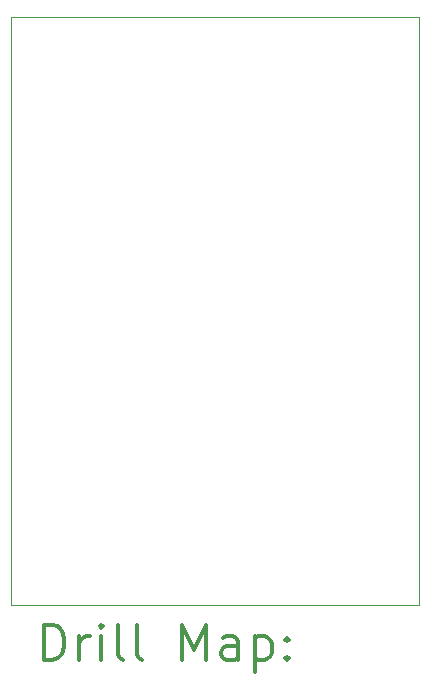
<source format=gbr>
%FSLAX45Y45*%
G04 Gerber Fmt 4.5, Leading zero omitted, Abs format (unit mm)*
G04 Created by KiCad (PCBNEW (5.1.4)-1) date 2019-12-12 19:58:21*
%MOMM*%
%LPD*%
G04 APERTURE LIST*
%ADD10C,0.050000*%
%ADD11C,0.200000*%
%ADD12C,0.300000*%
G04 APERTURE END LIST*
D10*
X1905000Y-1625600D02*
X5354300Y-1625600D01*
X5354300Y-1625600D02*
X5354300Y-6604000D01*
X1897400Y-6604000D02*
X5354300Y-6604000D01*
X1905000Y-1625600D02*
X1897400Y-6604000D01*
D11*
D12*
X2181328Y-7072214D02*
X2181328Y-6772214D01*
X2252757Y-6772214D01*
X2295614Y-6786500D01*
X2324186Y-6815071D01*
X2338471Y-6843643D01*
X2352757Y-6900786D01*
X2352757Y-6943643D01*
X2338471Y-7000786D01*
X2324186Y-7029357D01*
X2295614Y-7057929D01*
X2252757Y-7072214D01*
X2181328Y-7072214D01*
X2481328Y-7072214D02*
X2481328Y-6872214D01*
X2481328Y-6929357D02*
X2495614Y-6900786D01*
X2509900Y-6886500D01*
X2538471Y-6872214D01*
X2567043Y-6872214D01*
X2667043Y-7072214D02*
X2667043Y-6872214D01*
X2667043Y-6772214D02*
X2652757Y-6786500D01*
X2667043Y-6800786D01*
X2681328Y-6786500D01*
X2667043Y-6772214D01*
X2667043Y-6800786D01*
X2852757Y-7072214D02*
X2824186Y-7057929D01*
X2809900Y-7029357D01*
X2809900Y-6772214D01*
X3009900Y-7072214D02*
X2981328Y-7057929D01*
X2967043Y-7029357D01*
X2967043Y-6772214D01*
X3352757Y-7072214D02*
X3352757Y-6772214D01*
X3452757Y-6986500D01*
X3552757Y-6772214D01*
X3552757Y-7072214D01*
X3824186Y-7072214D02*
X3824186Y-6915071D01*
X3809900Y-6886500D01*
X3781328Y-6872214D01*
X3724186Y-6872214D01*
X3695614Y-6886500D01*
X3824186Y-7057929D02*
X3795614Y-7072214D01*
X3724186Y-7072214D01*
X3695614Y-7057929D01*
X3681328Y-7029357D01*
X3681328Y-7000786D01*
X3695614Y-6972214D01*
X3724186Y-6957929D01*
X3795614Y-6957929D01*
X3824186Y-6943643D01*
X3967043Y-6872214D02*
X3967043Y-7172214D01*
X3967043Y-6886500D02*
X3995614Y-6872214D01*
X4052757Y-6872214D01*
X4081328Y-6886500D01*
X4095614Y-6900786D01*
X4109900Y-6929357D01*
X4109900Y-7015071D01*
X4095614Y-7043643D01*
X4081328Y-7057929D01*
X4052757Y-7072214D01*
X3995614Y-7072214D01*
X3967043Y-7057929D01*
X4238471Y-7043643D02*
X4252757Y-7057929D01*
X4238471Y-7072214D01*
X4224186Y-7057929D01*
X4238471Y-7043643D01*
X4238471Y-7072214D01*
X4238471Y-6886500D02*
X4252757Y-6900786D01*
X4238471Y-6915071D01*
X4224186Y-6900786D01*
X4238471Y-6886500D01*
X4238471Y-6915071D01*
M02*

</source>
